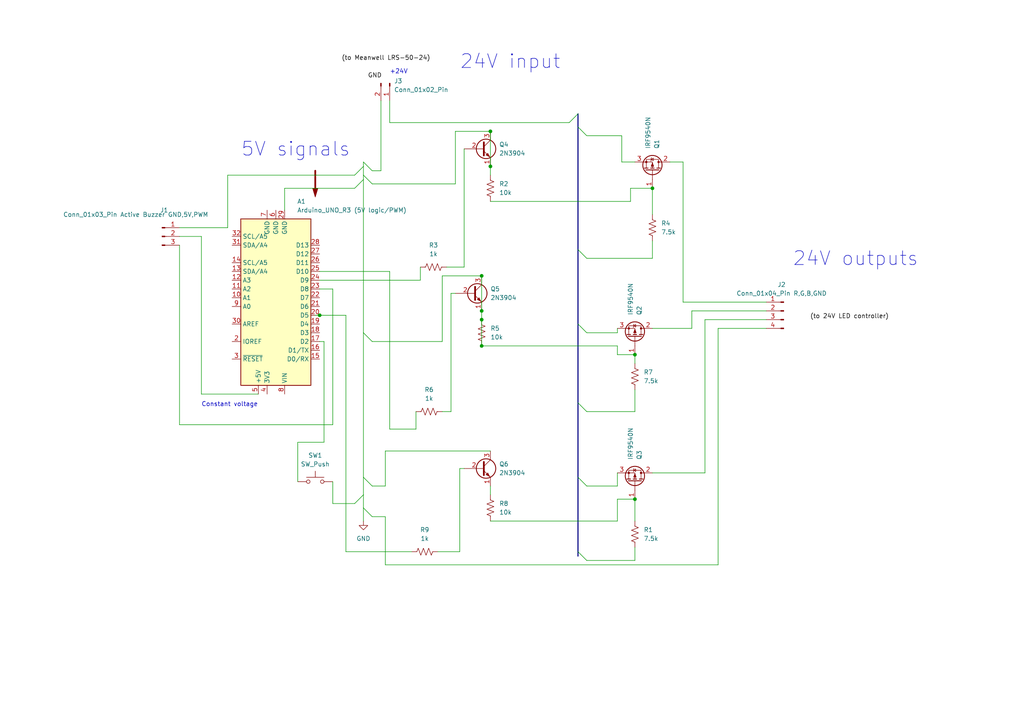
<source format=kicad_sch>
(kicad_sch (version 20230121) (generator eeschema)
  (paper "A4")
  (lib_symbols
    (symbol "Connector:Conn_01x02_Pin" (pin_names (offset 1.016) hide)
      (property "Reference" "J" (at 0 2.54 0))
      (property "Value" "Conn_01x02_Pin" (at 0 -5.08 0))
      (symbol "Conn_01x02_Pin_1_1"
        (polyline (pts (xy 1.27 -2.54) (xy 0.8636 -2.54)) (stroke (width 0.1524)))
        (polyline (pts (xy 1.27 0) (xy 0.8636 0)) (stroke (width 0.1524)))
        (rectangle (start 0.8636 -2.413) (end 0 -2.667) (stroke (width 0.1524)) (fill (type outline)))
        (rectangle (start 0.8636 0.127) (end 0 -0.127) (stroke (width 0.1524)) (fill (type outline)))
        (pin passive line (at 5.08 0 180) (length 3.81) (name "Pin_1") (number "1"))
        (pin passive line (at 5.08 -2.54 180) (length 3.81) (name "Pin_2") (number "2"))
      )
    )
    (symbol "Connector:Conn_01x03_Pin" (pin_names (offset 1.016) hide)
      (property "Reference" "J" (at 0 5.08 0))
      (property "Value" "Conn_01x03_Pin" (at 0 -5.08 0))
      (symbol "Conn_01x03_Pin_1_1"
        (polyline (pts (xy 1.27 -2.54) (xy 0.8636 -2.54)) (stroke (width 0.1524)))
        (polyline (pts (xy 1.27 0) (xy 0.8636 0)) (stroke (width 0.1524)))
        (polyline (pts (xy 1.27 2.54) (xy 0.8636 2.54)) (stroke (width 0.1524)))
        (rectangle (start 0.8636 -2.413) (end 0 -2.667) (stroke (width 0.1524)) (fill (type outline)))
        (rectangle (start 0.8636 0.127) (end 0 -0.127) (stroke (width 0.1524)) (fill (type outline)))
        (rectangle (start 0.8636 2.667) (end 0 2.413) (stroke (width 0.1524)) (fill (type outline)))
        (pin passive line (at 5.08 2.54 180) (length 3.81) (name "Pin_1") (number "1"))
        (pin passive line (at 5.08 0 180) (length 3.81) (name "Pin_2") (number "2"))
        (pin passive line (at 5.08 -2.54 180) (length 3.81) (name "Pin_3") (number "3"))
      )
    )
    (symbol "Connector:Conn_01x04_Pin" (pin_names (offset 1.016) hide)
      (property "Reference" "J" (at 0 5.08 0))
      (property "Value" "Conn_01x04_Pin" (at 0 -7.62 0))
      (symbol "Conn_01x04_Pin_1_1"
        (polyline (pts (xy 1.27 -5.08) (xy 0.8636 -5.08)) (stroke (width 0.1524)))
        (polyline (pts (xy 1.27 -2.54) (xy 0.8636 -2.54)) (stroke (width 0.1524)))
        (polyline (pts (xy 1.27 0) (xy 0.8636 0)) (stroke (width 0.1524)))
        (polyline (pts (xy 1.27 2.54) (xy 0.8636 2.54)) (stroke (width 0.1524)))
        (rectangle (start 0.8636 -4.953) (end 0 -5.207) (stroke (width 0.1524)) (fill (type outline)))
        (rectangle (start 0.8636 -2.413) (end 0 -2.667) (stroke (width 0.1524)) (fill (type outline)))
        (rectangle (start 0.8636 0.127) (end 0 -0.127) (stroke (width 0.1524)) (fill (type outline)))
        (rectangle (start 0.8636 2.667) (end 0 2.413) (stroke (width 0.1524)) (fill (type outline)))
        (pin passive line (at 5.08 2.54 180) (length 3.81) (name "Pin_1") (number "1"))
        (pin passive line (at 5.08 0 180) (length 3.81) (name "Pin_2") (number "2"))
        (pin passive line (at 5.08 -2.54 180) (length 3.81) (name "Pin_3") (number "3"))
        (pin passive line (at 5.08 -5.08 180) (length 3.81) (name "Pin_4") (number "4"))
      )
    )
    (symbol "Device:R_US" (pin_numbers hide) (pin_names (offset 0))
      (property "Reference" "R" (at 2.54 0 90))
      (property "Value" "R_US" (at -2.54 0 90))
      (symbol "R_US_0_1"
        (polyline (pts (xy 0 -2.286) (xy 0 -2.54)))
        (polyline (pts (xy 0 2.286) (xy 0 2.54)))
        (polyline (pts (xy 0 -0.762) (xy 1.016 -1.143) (xy 0 -1.524) (xy -1.016 -1.905) (xy 0 -2.286)))
        (polyline (pts (xy 0 0.762) (xy 1.016 0.381) (xy 0 0) (xy -1.016 -0.381) (xy 0 -0.762)))
        (polyline (pts (xy 0 2.286) (xy 1.016 1.905) (xy 0 1.524) (xy -1.016 1.143) (xy 0 0.762)))
      )
      (symbol "R_US_1_1"
        (pin passive line (at 0 3.81 270) (length 1.27) (name "~") (number "1"))
        (pin passive line (at 0 -3.81 90) (length 1.27) (name "~") (number "2"))
      )
    )
    (symbol "Graphic:SYM_Arrow_Large" (in_bom no) (on_board no)
      (symbol "SYM_Arrow_Large_0_1"
        (polyline (pts (xy 2.54 0) (xy -3.81 0)) (stroke (width 0.508)))
        (polyline (pts (xy 3.81 0) (xy 1.27 -0.762) (xy 1.27 0.762) (xy 3.81 0)) (fill (type outline)))
      )
    )
    (symbol "MCU_Module:Arduino_UNO_R3"
      (property "Reference" "A" (at -10.16 23.495 0))
      (property "Value" "Arduino_UNO_R3" (at 5.08 -26.67 0))
      (symbol "Arduino_UNO_R3_0_1"
        (rectangle (start -10.16 22.86) (end 10.16 -25.4) (stroke (width 0.254)) (fill (type background)))
      )
      (symbol "Arduino_UNO_R3_1_1"
        (pin no_connect line (at -10.16 -20.32 0) (length 2.54) hide (name "NC") (number "1"))
        (pin bidirectional line (at 12.7 -2.54 180) (length 2.54) (name "A1") (number "10"))
        (pin bidirectional line (at 12.7 -5.08 180) (length 2.54) (name "A2") (number "11"))
        (pin bidirectional line (at 12.7 -7.62 180) (length 2.54) (name "A3") (number "12"))
        (pin bidirectional line (at 12.7 -10.16 180) (length 2.54) (name "SDA/A4") (number "13"))
        (pin bidirectional line (at 12.7 -12.7 180) (length 2.54) (name "SCL/A5") (number "14"))
        (pin bidirectional line (at -12.7 15.24 0) (length 2.54) (name "D0/RX") (number "15"))
        (pin bidirectional line (at -12.7 12.7 0) (length 2.54) (name "D1/TX") (number "16"))
        (pin bidirectional line (at -12.7 10.16 0) (length 2.54) (name "D2") (number "17"))
        (pin bidirectional line (at -12.7 7.62 0) (length 2.54) (name "D3") (number "18"))
        (pin bidirectional line (at -12.7 5.08 0) (length 2.54) (name "D4") (number "19"))
        (pin output line (at 12.7 10.16 180) (length 2.54) (name "IOREF") (number "2"))
        (pin bidirectional line (at -12.7 2.54 0) (length 2.54) (name "D5") (number "20"))
        (pin bidirectional line (at -12.7 0 0) (length 2.54) (name "D6") (number "21"))
        (pin bidirectional line (at -12.7 -2.54 0) (length 2.54) (name "D7") (number "22"))
        (pin bidirectional line (at -12.7 -5.08 0) (length 2.54) (name "D8") (number "23"))
        (pin bidirectional line (at -12.7 -7.62 0) (length 2.54) (name "D9") (number "24"))
        (pin bidirectional line (at -12.7 -10.16 0) (length 2.54) (name "D10") (number "25"))
        (pin bidirectional line (at -12.7 -12.7 0) (length 2.54) (name "D11") (number "26"))
        (pin bidirectional line (at -12.7 -15.24 0) (length 2.54) (name "D12") (number "27"))
        (pin bidirectional line (at -12.7 -17.78 0) (length 2.54) (name "D13") (number "28"))
        (pin power_in line (at -2.54 -27.94 90) (length 2.54) (name "GND") (number "29"))
        (pin input line (at 12.7 15.24 180) (length 2.54) (name "~{RESET}") (number "3"))
        (pin input line (at 12.7 5.08 180) (length 2.54) (name "AREF") (number "30"))
        (pin bidirectional line (at 12.7 -17.78 180) (length 2.54) (name "SDA/A4") (number "31"))
        (pin bidirectional line (at 12.7 -20.32 180) (length 2.54) (name "SCL/A5") (number "32"))
        (pin power_out line (at 2.54 25.4 270) (length 2.54) (name "3V3") (number "4"))
        (pin power_out line (at 5.08 25.4 270) (length 2.54) (name "+5V") (number "5"))
        (pin power_in line (at 0 -27.94 90) (length 2.54) (name "GND") (number "6"))
        (pin power_in line (at 2.54 -27.94 90) (length 2.54) (name "GND") (number "7"))
        (pin power_in line (at -2.54 25.4 270) (length 2.54) (name "VIN") (number "8"))
        (pin bidirectional line (at 12.7 0 180) (length 2.54) (name "A0") (number "9"))
      )
    )
    (symbol "Switch:SW_Push" (pin_numbers hide) (pin_names (offset 1.016) hide)
      (property "Reference" "SW" (at 1.27 2.54 0))
      (property "Value" "SW_Push" (at 0 -1.524 0))
      (symbol "SW_Push_0_1"
        (circle (center -2.032 0) (radius 0.508))
        (polyline (pts (xy 0 1.27) (xy 0 3.048)))
        (polyline (pts (xy 2.54 1.27) (xy -2.54 1.27)))
        (circle (center 2.032 0) (radius 0.508))
        (pin passive line (at -5.08 0 0) (length 2.54) (name "1") (number "1"))
        (pin passive line (at 5.08 0 180) (length 2.54) (name "2") (number "2"))
      )
    )
    (symbol "Transistor_BJT:2N3904" (pin_names (offset 0) hide)
      (property "Reference" "Q" (at 5.08 1.905 0))
      (property "Value" "2N3904" (at 5.08 0 0))
      (symbol "2N3904_0_1"
        (polyline (pts (xy 0.635 0.635) (xy 2.54 2.54)))
        (polyline (pts (xy 0.635 -0.635) (xy 2.54 -2.54) (xy 2.54 -2.54)))
        (polyline (pts (xy 0.635 1.905) (xy 0.635 -1.905) (xy 0.635 -1.905)) (stroke (width 0.508)))
        (polyline (pts (xy 1.27 -1.778) (xy 1.778 -1.27) (xy 2.286 -2.286) (xy 1.27 -1.778) (xy 1.27 -1.778)) (fill (type outline)))
        (circle (center 1.27 0) (radius 2.8194) (stroke (width 0.254)))
      )
      (symbol "2N3904_1_1"
        (pin passive line (at 2.54 -5.08 90) (length 2.54) (name "E") (number "1"))
        (pin passive line (at -5.08 0 0) (length 5.715) (name "B") (number "2"))
        (pin passive line (at 2.54 5.08 270) (length 2.54) (name "C") (number "3"))
      )
    )
    (symbol "Transistor_FET:IRF9540N" (pin_names hide)
      (property "Reference" "Q" (at 5.08 1.905 0))
      (property "Value" "IRF9540N" (at 5.08 0 0))
      (symbol "IRF9540N_0_1"
        (polyline (pts (xy 0.254 0) (xy -2.54 0)))
        (polyline (pts (xy 0.254 1.905) (xy 0.254 -1.905)) (stroke (width 0.254)))
        (polyline (pts (xy 0.762 -1.27) (xy 0.762 -2.286)) (stroke (width 0.254)))
        (polyline (pts (xy 0.762 0.508) (xy 0.762 -0.508)) (stroke (width 0.254)))
        (polyline (pts (xy 0.762 2.286) (xy 0.762 1.27)) (stroke (width 0.254)))
        (polyline (pts (xy 2.54 2.54) (xy 2.54 1.778)))
        (polyline (pts (xy 2.54 -2.54) (xy 2.54 0) (xy 0.762 0)))
        (polyline (pts (xy 0.762 1.778) (xy 3.302 1.778) (xy 3.302 -1.778) (xy 0.762 -1.778)))
        (polyline (pts (xy 2.286 0) (xy 1.27 0.381) (xy 1.27 -0.381) (xy 2.286 0)) (fill (type outline)))
        (polyline (pts (xy 2.794 -0.508) (xy 2.921 -0.381) (xy 3.683 -0.381) (xy 3.81 -0.254)))
        (polyline (pts (xy 3.302 -0.381) (xy 2.921 0.254) (xy 3.683 0.254) (xy 3.302 -0.381)))
        (circle (center 1.651 0) (radius 2.794) (stroke (width 0.254)))
        (circle (center 2.54 -1.778) (radius 0.254) (fill (type outline)))
        (circle (center 2.54 1.778) (radius 0.254) (fill (type outline)))
      )
      (symbol "IRF9540N_1_1"
        (pin input line (at -5.08 0 0) (length 2.54) (name "G") (number "1"))
        (pin passive line (at 2.54 5.08 270) (length 2.54) (name "D") (number "2"))
        (pin passive line (at 2.54 -5.08 90) (length 2.54) (name "S") (number "3"))
      )
    )
    (symbol "power:GND" (power) (pin_names (offset 0))
      (property "Value" "GND" (at 0 -3.81 0))
      (symbol "GND_0_1"
        (polyline (pts (xy 0 0) (xy 0 -1.27) (xy 1.27 -1.27) (xy 0 -2.54) (xy -1.27 -1.27) (xy 0 -1.27)))
      )
      (symbol "GND_1_1"
        (pin power_in line (at 0 0 270) (length 0) hide (name "GND") (number "1"))
      )
    )
  )
  (junction (at 184.15 144.78))
  (junction (at 92.71 91.44))
  (junction (at 184.15 102.87))
  (junction (at 139.7 100.33))
  (junction (at 139.7 90.17))
  (junction (at 139.7 92.71))
  (junction (at 142.24 48.26))
  (junction (at 142.24 38.1))
  (junction (at 139.7 80.01))
  (junction (at 189.23 54.61))
  (bus_entry (at 167.64 36.83) (size 2.54 2.54))
  (bus_entry (at 105.41 143.51) (size -2.54 2.54))
  (bus_entry (at 167.64 160.02) (size 2.54 2.54))
  (bus_entry (at 167.64 33.02) (size -2.54 2.54))
  (bus_entry (at 105.41 50.8) (size 2.54 2.54))
  (bus_entry (at 167.64 116.84) (size 2.54 2.54))
  (bus_entry (at 167.64 93.98) (size 2.54 2.54))
  (bus_entry (at 105.41 147.32) (size 2.54 2.54))
  (bus_entry (at 167.64 138.43) (size 2.54 2.54))
  (bus_entry (at 167.64 72.39) (size 2.54 2.54))
  (bus_entry (at 105.41 52.07) (size -2.54 2.54))
  (bus_entry (at 105.41 48.26) (size -2.54 2.54))
  (bus_entry (at 105.41 46.99) (size 2.54 2.54))
  (bus_entry (at 105.41 96.52) (size 2.54 2.54))
  (bus_entry (at 105.41 138.43) (size 2.54 2.54))
  (wire (pts (xy 142.24 151.13) (xy 179.07 151.13)))
  (wire (pts (xy 82.55 54.61) (xy 82.55 60.96)))
  (wire (pts (xy 184.15 144.78) (xy 184.15 151.13)))
  (wire (pts (xy 66.04 66.04) (xy 66.04 50.8)))
  (wire (pts (xy 93.98 99.06) (xy 93.98 128.27)))
  (wire (pts (xy 208.28 163.83) (xy 208.28 95.25)))
  (wire (pts (xy 128.27 99.06) (xy 107.95 99.06)))
  (wire (pts (xy 170.18 74.93) (xy 189.23 74.93)))
  (wire (pts (xy 179.07 137.16) (xy 179.07 140.97)))
  (wire (pts (xy 132.08 38.1) (xy 142.24 38.1)))
  (wire (pts (xy 111.76 149.86) (xy 107.95 149.86)))
  (wire (pts (xy 170.18 140.97) (xy 179.07 140.97)))
  (wire (pts (xy 184.15 102.87) (xy 184.15 105.41)))
  (wire (pts (xy 92.71 91.44) (xy 91.44 91.44)))
  (wire (pts (xy 93.98 128.27) (xy 86.36 128.27)))
  (wire (pts (xy 107.95 53.34) (xy 132.08 53.34)))
  (wire (pts (xy 142.24 48.26) (xy 142.24 50.8)))
  (wire (pts (xy 102.87 54.61) (xy 82.55 54.61)))
  (wire (pts (xy 121.92 81.28) (xy 121.92 77.47)))
  (wire (pts (xy 100.33 91.44) (xy 100.33 160.02)))
  (wire (pts (xy 52.07 66.04) (xy 66.04 66.04)))
  (bus (pts (xy 167.64 93.98) (xy 167.64 116.84)))
  (wire (pts (xy 184.15 119.38) (xy 184.15 113.03)))
  (wire (pts (xy 139.7 90.17) (xy 139.7 80.01)))
  (wire (pts (xy 130.81 119.38) (xy 128.27 119.38)))
  (wire (pts (xy 180.34 39.37) (xy 180.34 46.99)))
  (wire (pts (xy 139.7 90.17) (xy 139.7 92.71)))
  (wire (pts (xy 132.08 53.34) (xy 132.08 38.1)))
  (bus (pts (xy 167.64 160.02) (xy 167.64 161.29)))
  (wire (pts (xy 105.41 52.07) (xy 105.41 96.52)))
  (wire (pts (xy 92.71 81.28) (xy 121.92 81.28)))
  (wire (pts (xy 133.35 135.89) (xy 133.35 160.02)))
  (wire (pts (xy 96.52 123.19) (xy 52.07 123.19)))
  (wire (pts (xy 113.03 124.46) (xy 113.03 78.74)))
  (wire (pts (xy 179.07 144.78) (xy 184.15 144.78)))
  (wire (pts (xy 179.07 96.52) (xy 179.07 95.25)))
  (wire (pts (xy 142.24 130.81) (xy 111.76 130.81)))
  (bus (pts (xy 167.64 72.39) (xy 167.64 93.98)))
  (wire (pts (xy 58.42 114.3) (xy 58.42 68.58)))
  (wire (pts (xy 170.18 119.38) (xy 184.15 119.38)))
  (wire (pts (xy 107.95 49.53) (xy 110.49 49.53)))
  (wire (pts (xy 165.1 35.56) (xy 113.03 35.56)))
  (wire (pts (xy 130.81 85.09) (xy 132.08 85.09)))
  (wire (pts (xy 74.93 114.3) (xy 58.42 114.3)))
  (wire (pts (xy 105.41 138.43) (xy 105.41 143.51)))
  (wire (pts (xy 189.23 137.16) (xy 204.47 137.16)))
  (wire (pts (xy 130.81 85.09) (xy 130.81 119.38)))
  (bus (pts (xy 167.64 36.83) (xy 167.64 72.39)))
  (wire (pts (xy 200.66 90.17) (xy 222.25 90.17)))
  (wire (pts (xy 111.76 163.83) (xy 208.28 163.83)))
  (wire (pts (xy 198.12 46.99) (xy 198.12 87.63)))
  (wire (pts (xy 142.24 48.26) (xy 142.24 38.1)))
  (wire (pts (xy 66.04 50.8) (xy 102.87 50.8)))
  (wire (pts (xy 198.12 46.99) (xy 194.31 46.99)))
  (bus (pts (xy 167.64 116.84) (xy 167.64 138.43)))
  (wire (pts (xy 204.47 137.16) (xy 204.47 92.71)))
  (wire (pts (xy 92.71 83.82) (xy 96.52 83.82)))
  (wire (pts (xy 182.88 54.61) (xy 189.23 54.61)))
  (wire (pts (xy 52.07 123.19) (xy 52.07 71.12)))
  (wire (pts (xy 179.07 96.52) (xy 170.18 96.52)))
  (wire (pts (xy 142.24 140.97) (xy 142.24 143.51)))
  (wire (pts (xy 128.27 80.01) (xy 128.27 99.06)))
  (wire (pts (xy 96.52 83.82) (xy 96.52 123.19)))
  (wire (pts (xy 142.24 58.42) (xy 182.88 58.42)))
  (wire (pts (xy 100.33 160.02) (xy 119.38 160.02)))
  (wire (pts (xy 105.41 147.32) (xy 105.41 151.13)))
  (wire (pts (xy 120.65 119.38) (xy 120.65 124.46)))
  (wire (pts (xy 170.18 162.56) (xy 184.15 162.56)))
  (wire (pts (xy 96.52 139.7) (xy 96.52 146.05)))
  (wire (pts (xy 105.41 50.8) (xy 105.41 52.07)))
  (wire (pts (xy 184.15 162.56) (xy 184.15 158.75)))
  (wire (pts (xy 179.07 151.13) (xy 179.07 144.78)))
  (wire (pts (xy 113.03 78.74) (xy 92.71 78.74)))
  (wire (pts (xy 208.28 95.25) (xy 222.25 95.25)))
  (wire (pts (xy 92.71 99.06) (xy 93.98 99.06)))
  (wire (pts (xy 113.03 35.56) (xy 113.03 29.21)))
  (wire (pts (xy 170.18 39.37) (xy 180.34 39.37)))
  (wire (pts (xy 179.07 102.87) (xy 184.15 102.87)))
  (wire (pts (xy 139.7 100.33) (xy 179.07 100.33)))
  (wire (pts (xy 105.41 46.99) (xy 105.41 48.26)))
  (wire (pts (xy 179.07 100.33) (xy 179.07 102.87)))
  (wire (pts (xy 189.23 95.25) (xy 200.66 95.25)))
  (wire (pts (xy 111.76 130.81) (xy 111.76 140.97)))
  (wire (pts (xy 133.35 135.89) (xy 134.62 135.89)))
  (wire (pts (xy 111.76 149.86) (xy 111.76 163.83)))
  (wire (pts (xy 105.41 96.52) (xy 105.41 138.43)))
  (wire (pts (xy 139.7 80.01) (xy 128.27 80.01)))
  (wire (pts (xy 134.62 77.47) (xy 129.54 77.47)))
  (wire (pts (xy 111.76 140.97) (xy 107.95 140.97)))
  (wire (pts (xy 105.41 48.26) (xy 105.41 50.8)))
  (wire (pts (xy 96.52 146.05) (xy 102.87 146.05)))
  (wire (pts (xy 189.23 54.61) (xy 189.23 62.23)))
  (wire (pts (xy 184.15 46.99) (xy 180.34 46.99)))
  (wire (pts (xy 110.49 49.53) (xy 110.49 29.21)))
  (wire (pts (xy 182.88 58.42) (xy 182.88 54.61)))
  (wire (pts (xy 58.42 68.58) (xy 52.07 68.58)))
  (wire (pts (xy 204.47 92.71) (xy 222.25 92.71)))
  (wire (pts (xy 189.23 74.93) (xy 189.23 69.85)))
  (wire (pts (xy 92.71 91.44) (xy 100.33 91.44)))
  (wire (pts (xy 139.7 100.33) (xy 139.7 92.71)))
  (bus (pts (xy 167.64 138.43) (xy 167.64 160.02)))
  (wire (pts (xy 105.41 143.51) (xy 105.41 147.32)))
  (wire (pts (xy 134.62 77.47) (xy 134.62 43.18)))
  (wire (pts (xy 198.12 87.63) (xy 222.25 87.63)))
  (wire (pts (xy 113.03 124.46) (xy 120.65 124.46)))
  (wire (pts (xy 133.35 160.02) (xy 127 160.02)))
  (wire (pts (xy 200.66 95.25) (xy 200.66 90.17)))
  (wire (pts (xy 86.36 128.27) (xy 86.36 139.7)))
  (bus (pts (xy 167.64 33.02) (xy 167.64 36.83)))
  (rectangle (start 49.53 -27.94) (end 182.88 -22.86))
  (text "5V signals" (at 69.85 45.72 0) (effects (font (size 4 4)) (justify left bottom)))
  (text "+24V" (at 113.03 21.59 0) (effects (font (size 1.27 1.27)) (justify left bottom)))
  (text "Constant voltage" (at 58.42 118.11 0) (effects (font (size 1.27 1.27)) (justify left bottom)))
  (text "24V outputs" (at 229.87 77.47 0) (effects (font (size 4 4)) (justify left bottom)))
  (text "24V input" (at 133.35 20.32 0) (effects (font (size 4 4)) (justify left bottom)))
  (label "(to 24V LED controller)" (at 234.95 92.71 0))
  (label "(to Meanwell LRS-50-24)" (at 99.06 17.78 0))
  (label "GND" (at 106.68 22.86 0))
  (symbol (lib_id "Device:R_US") (at 124.46 119.38 270) (unit 1)
    (property "Reference" "R6" (at 124.46 113.03 90))
    (property "Value" "1k" (at 124.46 115.57 90))
  )
  (symbol (lib_id "Transistor_BJT:2N3904") (at 139.7 43.18 0) (unit 1)
    (property "Reference" "Q4" (at 144.78 41.91 0) (effects (justify left)))
    (property "Value" "2N3904" (at 144.78 44.45 0) (effects (justify left)))
    (property "Footprint" "Package_TO_SOT_THT:TO-92_Inline" (effects hide))
    (property "Datasheet" "https://www.onsemi.com/pub/Collateral/2N3903-D.PDF" (effects hide))
  )
  (symbol (lib_id "Device:R_US") (at 142.24 54.61 0) (unit 1)
    (property "Reference" "R2" (at 144.78 53.34 0) (effects (justify left)))
    (property "Value" "10k" (at 144.78 55.88 0) (effects (justify left)))
  )
  (symbol (lib_id "Device:R_US") (at 142.24 147.32 0) (unit 1)
    (property "Reference" "R8" (at 144.78 146.05 0) (effects (justify left)))
    (property "Value" "10k" (at 144.78 148.59 0) (effects (justify left)))
  )
  (symbol (lib_id "power:GND") (at 105.41 151.13 0) (unit 1)
    (property "Reference" "#PWR03" (effects hide))
    (property "Value" "GND" (at 105.41 156.21 0))
  )
  (symbol (lib_id "Device:R_US") (at 123.19 160.02 270) (unit 1)
    (property "Reference" "R9" (at 123.19 153.67 90))
    (property "Value" "1k" (at 123.19 156.21 90))
  )
  (symbol (lib_id "Transistor_FET:IRF9540N") (at 189.23 49.53 270) (mirror x) (unit 1)
    (property "Reference" "Q1" (at 190.5 43.18 0) (effects (justify left)))
    (property "Value" "IRF9540N" (at 187.96 43.18 0) (effects (justify left)))
    (property "Footprint" "Package_TO_SOT_THT:TO-220-3_Vertical" (effects hide))
    (property "Datasheet" "http://www.irf.com/product-info/datasheets/data/irf9540n.pdf" (effects hide))
  )
  (symbol (lib_id "Transistor_BJT:2N3904") (at 139.7 135.89 0) (unit 1)
    (property "Reference" "Q6" (at 144.78 134.62 0) (effects (justify left)))
    (property "Value" "2N3904" (at 144.78 137.16 0) (effects (justify left)))
    (property "Footprint" "Package_TO_SOT_THT:TO-92_Inline" (effects hide))
    (property "Datasheet" "https://www.onsemi.com/pub/Collateral/2N3903-D.PDF" (effects hide))
  )
  (symbol (lib_id "Graphic:SYM_Arrow_Large") (at 91.44 53.34 270) (unit 1) (in_bom no) (on_board no)
    (property "Reference" "#SYM1" (effects hide))
    (property "Value" "SYM_Arrow_Large" (effects hide))
    (property "Sim.Enable" "0" (effects hide))
  )
  (symbol (lib_id "Switch:SW_Push") (at 91.44 139.7 0) (unit 1)
    (property "Reference" "SW1" (at 91.44 132.08 0))
    (property "Value" "SW_Push" (at 91.44 134.62 0))
  )
  (symbol (lib_id "Connector:Conn_01x03_Pin") (at 46.99 68.58 0) (unit 1)
    (property "Reference" "J1" (at 47.625 60.96 0))
    (property "Value" "Conn_01x03_Pin Active Buzzer GND,5V,PWM" (at 39.37 62.23 0))
  )
  (symbol (lib_id "Transistor_FET:IRF9540N") (at 184.15 97.79 270) (mirror x) (unit 1)
    (property "Reference" "Q2" (at 185.42 91.44 0) (effects (justify left)))
    (property "Value" "IRF9540N" (at 182.88 91.44 0) (effects (justify left)))
    (property "Footprint" "Package_TO_SOT_THT:TO-220-3_Vertical" (effects hide))
    (property "Datasheet" "http://www.irf.com/product-info/datasheets/data/irf9540n.pdf" (effects hide))
  )
  (symbol (lib_id "Device:R_US") (at 184.15 154.94 0) (unit 1)
    (property "Reference" "R1" (at 186.69 153.67 0) (effects (justify left)))
    (property "Value" "7.5k" (at 186.69 156.21 0) (effects (justify left)))
  )
  (symbol (lib_id "Connector:Conn_01x02_Pin") (at 113.03 24.13 270) (unit 1)
    (property "Reference" "J3" (at 114.3 23.495 90) (effects (justify left)))
    (property "Value" "Conn_01x02_Pin" (at 114.3 26.035 90) (effects (justify left)))
  )
  (symbol (lib_id "MCU_Module:Arduino_UNO_R3") (at 80.01 88.9 180) (unit 1)
    (property "Reference" "A1" (at 86.1761 58.42 0) (effects (justify right)))
    (property "Value" "Arduino_UNO_R3 (5V logic/PWM)" (at 86.1761 60.96 0) (effects (justify right)))
    (property "Footprint" "Module:Arduino_UNO_R3" (effects hide))
    (property "Datasheet" "https://www.arduino.cc/en/Main/arduinoBoardUno" (effects hide))
  )
  (symbol (lib_id "Device:R_US") (at 184.15 109.22 0) (unit 1)
    (property "Reference" "R7" (at 186.69 107.95 0) (effects (justify left)))
    (property "Value" "7.5k" (at 186.69 110.49 0) (effects (justify left)))
  )
  (symbol (lib_id "Transistor_BJT:2N3904") (at 137.16 85.09 0) (unit 1)
    (property "Reference" "Q5" (at 142.24 83.82 0) (effects (justify left)))
    (property "Value" "2N3904" (at 142.24 86.36 0) (effects (justify left)))
    (property "Footprint" "Package_TO_SOT_THT:TO-92_Inline" (effects hide))
    (property "Datasheet" "https://www.onsemi.com/pub/Collateral/2N3903-D.PDF" (effects hide))
  )
  (symbol (lib_id "Transistor_FET:IRF9540N") (at 184.15 139.7 270) (mirror x) (unit 1)
    (property "Reference" "Q3" (at 185.42 133.35 0) (effects (justify left)))
    (property "Value" "IRF9540N" (at 182.88 133.35 0) (effects (justify left)))
    (property "Footprint" "Package_TO_SOT_THT:TO-220-3_Vertical" (effects hide))
    (property "Datasheet" "http://www.irf.com/product-info/datasheets/data/irf9540n.pdf" (effects hide))
  )
  (symbol (lib_id "Device:R_US") (at 189.23 66.04 0) (unit 1)
    (property "Reference" "R4" (at 191.77 64.77 0) (effects (justify left)))
    (property "Value" "7.5k" (at 191.77 67.31 0) (effects (justify left)))
  )
  (symbol (lib_id "Device:R_US") (at 125.73 77.47 270) (unit 1)
    (property "Reference" "R3" (at 125.73 71.12 90))
    (property "Value" "1k" (at 125.73 73.66 90))
  )
  (symbol (lib_id "Device:R_US") (at 139.7 96.52 0) (unit 1)
    (property "Reference" "R5" (at 142.24 95.25 0) (effects (justify left)))
    (property "Value" "10k" (at 142.24 97.79 0) (effects (justify left)))
  )
  (symbol (lib_id "Connector:Conn_01x04_Pin") (at 227.33 90.17 0) (mirror y) (unit 1)
    (property "Reference" "J2" (at 226.695 82.55 0))
    (property "Value" "Conn_01x04_Pin R,G,B,GND" (at 226.695 85.09 0))
  )
)
</source>
